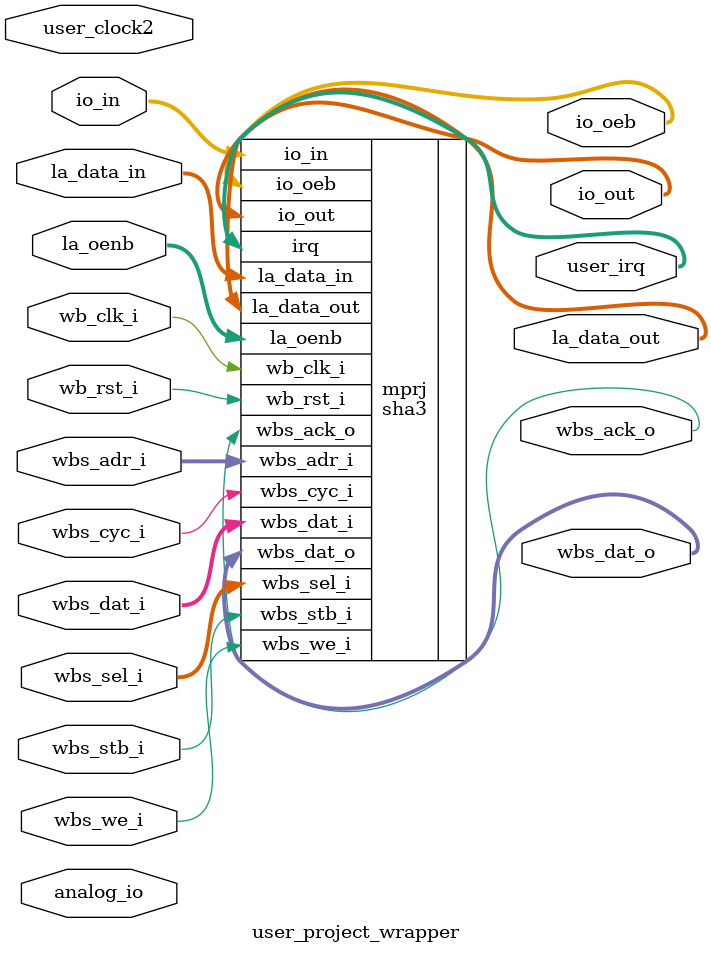
<source format=v>
module user_project_wrapper (user_clock2,
    wb_clk_i,
    wb_rst_i,
    wbs_ack_o,
    wbs_cyc_i,
    wbs_stb_i,
    wbs_we_i,
    analog_io,
    io_in,
    io_oeb,
    io_out,
    la_data_in,
    la_data_out,
    la_oenb,
    user_irq,
    wbs_adr_i,
    wbs_dat_i,
    wbs_dat_o,
    wbs_sel_i);
 input user_clock2;
 input wb_clk_i;
 input wb_rst_i;
 output wbs_ack_o;
 input wbs_cyc_i;
 input wbs_stb_i;
 input wbs_we_i;
 inout [28:0] analog_io;
 input [37:0] io_in;
 output [37:0] io_oeb;
 output [37:0] io_out;
 input [127:0] la_data_in;
 output [127:0] la_data_out;
 input [127:0] la_oenb;
 output [2:0] user_irq;
 input [31:0] wbs_adr_i;
 input [31:0] wbs_dat_i;
 output [31:0] wbs_dat_o;
 input [3:0] wbs_sel_i;


 sha3 mprj (.wb_clk_i(wb_clk_i),
    .wb_rst_i(wb_rst_i),
    .wbs_ack_o(wbs_ack_o),
    .wbs_cyc_i(wbs_cyc_i),
    .wbs_stb_i(wbs_stb_i),
    .wbs_we_i(wbs_we_i),
    .io_in({io_in[37],
    io_in[36],
    io_in[35],
    io_in[34],
    io_in[33],
    io_in[32],
    io_in[31],
    io_in[30],
    io_in[29],
    io_in[28],
    io_in[27],
    io_in[26],
    io_in[25],
    io_in[24],
    io_in[23],
    io_in[22],
    io_in[21],
    io_in[20],
    io_in[19],
    io_in[18],
    io_in[17],
    io_in[16],
    io_in[15],
    io_in[14],
    io_in[13],
    io_in[12],
    io_in[11],
    io_in[10],
    io_in[9],
    io_in[8],
    io_in[7],
    io_in[6],
    io_in[5],
    io_in[4],
    io_in[3],
    io_in[2],
    io_in[1],
    io_in[0]}),
    .io_oeb({io_oeb[37],
    io_oeb[36],
    io_oeb[35],
    io_oeb[34],
    io_oeb[33],
    io_oeb[32],
    io_oeb[31],
    io_oeb[30],
    io_oeb[29],
    io_oeb[28],
    io_oeb[27],
    io_oeb[26],
    io_oeb[25],
    io_oeb[24],
    io_oeb[23],
    io_oeb[22],
    io_oeb[21],
    io_oeb[20],
    io_oeb[19],
    io_oeb[18],
    io_oeb[17],
    io_oeb[16],
    io_oeb[15],
    io_oeb[14],
    io_oeb[13],
    io_oeb[12],
    io_oeb[11],
    io_oeb[10],
    io_oeb[9],
    io_oeb[8],
    io_oeb[7],
    io_oeb[6],
    io_oeb[5],
    io_oeb[4],
    io_oeb[3],
    io_oeb[2],
    io_oeb[1],
    io_oeb[0]}),
    .io_out({io_out[37],
    io_out[36],
    io_out[35],
    io_out[34],
    io_out[33],
    io_out[32],
    io_out[31],
    io_out[30],
    io_out[29],
    io_out[28],
    io_out[27],
    io_out[26],
    io_out[25],
    io_out[24],
    io_out[23],
    io_out[22],
    io_out[21],
    io_out[20],
    io_out[19],
    io_out[18],
    io_out[17],
    io_out[16],
    io_out[15],
    io_out[14],
    io_out[13],
    io_out[12],
    io_out[11],
    io_out[10],
    io_out[9],
    io_out[8],
    io_out[7],
    io_out[6],
    io_out[5],
    io_out[4],
    io_out[3],
    io_out[2],
    io_out[1],
    io_out[0]}),
    .irq({user_irq[2],
    user_irq[1],
    user_irq[0]}),
    .la_data_in({la_data_in[127],
    la_data_in[126],
    la_data_in[125],
    la_data_in[124],
    la_data_in[123],
    la_data_in[122],
    la_data_in[121],
    la_data_in[120],
    la_data_in[119],
    la_data_in[118],
    la_data_in[117],
    la_data_in[116],
    la_data_in[115],
    la_data_in[114],
    la_data_in[113],
    la_data_in[112],
    la_data_in[111],
    la_data_in[110],
    la_data_in[109],
    la_data_in[108],
    la_data_in[107],
    la_data_in[106],
    la_data_in[105],
    la_data_in[104],
    la_data_in[103],
    la_data_in[102],
    la_data_in[101],
    la_data_in[100],
    la_data_in[99],
    la_data_in[98],
    la_data_in[97],
    la_data_in[96],
    la_data_in[95],
    la_data_in[94],
    la_data_in[93],
    la_data_in[92],
    la_data_in[91],
    la_data_in[90],
    la_data_in[89],
    la_data_in[88],
    la_data_in[87],
    la_data_in[86],
    la_data_in[85],
    la_data_in[84],
    la_data_in[83],
    la_data_in[82],
    la_data_in[81],
    la_data_in[80],
    la_data_in[79],
    la_data_in[78],
    la_data_in[77],
    la_data_in[76],
    la_data_in[75],
    la_data_in[74],
    la_data_in[73],
    la_data_in[72],
    la_data_in[71],
    la_data_in[70],
    la_data_in[69],
    la_data_in[68],
    la_data_in[67],
    la_data_in[66],
    la_data_in[65],
    la_data_in[64],
    la_data_in[63],
    la_data_in[62],
    la_data_in[61],
    la_data_in[60],
    la_data_in[59],
    la_data_in[58],
    la_data_in[57],
    la_data_in[56],
    la_data_in[55],
    la_data_in[54],
    la_data_in[53],
    la_data_in[52],
    la_data_in[51],
    la_data_in[50],
    la_data_in[49],
    la_data_in[48],
    la_data_in[47],
    la_data_in[46],
    la_data_in[45],
    la_data_in[44],
    la_data_in[43],
    la_data_in[42],
    la_data_in[41],
    la_data_in[40],
    la_data_in[39],
    la_data_in[38],
    la_data_in[37],
    la_data_in[36],
    la_data_in[35],
    la_data_in[34],
    la_data_in[33],
    la_data_in[32],
    la_data_in[31],
    la_data_in[30],
    la_data_in[29],
    la_data_in[28],
    la_data_in[27],
    la_data_in[26],
    la_data_in[25],
    la_data_in[24],
    la_data_in[23],
    la_data_in[22],
    la_data_in[21],
    la_data_in[20],
    la_data_in[19],
    la_data_in[18],
    la_data_in[17],
    la_data_in[16],
    la_data_in[15],
    la_data_in[14],
    la_data_in[13],
    la_data_in[12],
    la_data_in[11],
    la_data_in[10],
    la_data_in[9],
    la_data_in[8],
    la_data_in[7],
    la_data_in[6],
    la_data_in[5],
    la_data_in[4],
    la_data_in[3],
    la_data_in[2],
    la_data_in[1],
    la_data_in[0]}),
    .la_data_out({la_data_out[127],
    la_data_out[126],
    la_data_out[125],
    la_data_out[124],
    la_data_out[123],
    la_data_out[122],
    la_data_out[121],
    la_data_out[120],
    la_data_out[119],
    la_data_out[118],
    la_data_out[117],
    la_data_out[116],
    la_data_out[115],
    la_data_out[114],
    la_data_out[113],
    la_data_out[112],
    la_data_out[111],
    la_data_out[110],
    la_data_out[109],
    la_data_out[108],
    la_data_out[107],
    la_data_out[106],
    la_data_out[105],
    la_data_out[104],
    la_data_out[103],
    la_data_out[102],
    la_data_out[101],
    la_data_out[100],
    la_data_out[99],
    la_data_out[98],
    la_data_out[97],
    la_data_out[96],
    la_data_out[95],
    la_data_out[94],
    la_data_out[93],
    la_data_out[92],
    la_data_out[91],
    la_data_out[90],
    la_data_out[89],
    la_data_out[88],
    la_data_out[87],
    la_data_out[86],
    la_data_out[85],
    la_data_out[84],
    la_data_out[83],
    la_data_out[82],
    la_data_out[81],
    la_data_out[80],
    la_data_out[79],
    la_data_out[78],
    la_data_out[77],
    la_data_out[76],
    la_data_out[75],
    la_data_out[74],
    la_data_out[73],
    la_data_out[72],
    la_data_out[71],
    la_data_out[70],
    la_data_out[69],
    la_data_out[68],
    la_data_out[67],
    la_data_out[66],
    la_data_out[65],
    la_data_out[64],
    la_data_out[63],
    la_data_out[62],
    la_data_out[61],
    la_data_out[60],
    la_data_out[59],
    la_data_out[58],
    la_data_out[57],
    la_data_out[56],
    la_data_out[55],
    la_data_out[54],
    la_data_out[53],
    la_data_out[52],
    la_data_out[51],
    la_data_out[50],
    la_data_out[49],
    la_data_out[48],
    la_data_out[47],
    la_data_out[46],
    la_data_out[45],
    la_data_out[44],
    la_data_out[43],
    la_data_out[42],
    la_data_out[41],
    la_data_out[40],
    la_data_out[39],
    la_data_out[38],
    la_data_out[37],
    la_data_out[36],
    la_data_out[35],
    la_data_out[34],
    la_data_out[33],
    la_data_out[32],
    la_data_out[31],
    la_data_out[30],
    la_data_out[29],
    la_data_out[28],
    la_data_out[27],
    la_data_out[26],
    la_data_out[25],
    la_data_out[24],
    la_data_out[23],
    la_data_out[22],
    la_data_out[21],
    la_data_out[20],
    la_data_out[19],
    la_data_out[18],
    la_data_out[17],
    la_data_out[16],
    la_data_out[15],
    la_data_out[14],
    la_data_out[13],
    la_data_out[12],
    la_data_out[11],
    la_data_out[10],
    la_data_out[9],
    la_data_out[8],
    la_data_out[7],
    la_data_out[6],
    la_data_out[5],
    la_data_out[4],
    la_data_out[3],
    la_data_out[2],
    la_data_out[1],
    la_data_out[0]}),
    .la_oenb({la_oenb[127],
    la_oenb[126],
    la_oenb[125],
    la_oenb[124],
    la_oenb[123],
    la_oenb[122],
    la_oenb[121],
    la_oenb[120],
    la_oenb[119],
    la_oenb[118],
    la_oenb[117],
    la_oenb[116],
    la_oenb[115],
    la_oenb[114],
    la_oenb[113],
    la_oenb[112],
    la_oenb[111],
    la_oenb[110],
    la_oenb[109],
    la_oenb[108],
    la_oenb[107],
    la_oenb[106],
    la_oenb[105],
    la_oenb[104],
    la_oenb[103],
    la_oenb[102],
    la_oenb[101],
    la_oenb[100],
    la_oenb[99],
    la_oenb[98],
    la_oenb[97],
    la_oenb[96],
    la_oenb[95],
    la_oenb[94],
    la_oenb[93],
    la_oenb[92],
    la_oenb[91],
    la_oenb[90],
    la_oenb[89],
    la_oenb[88],
    la_oenb[87],
    la_oenb[86],
    la_oenb[85],
    la_oenb[84],
    la_oenb[83],
    la_oenb[82],
    la_oenb[81],
    la_oenb[80],
    la_oenb[79],
    la_oenb[78],
    la_oenb[77],
    la_oenb[76],
    la_oenb[75],
    la_oenb[74],
    la_oenb[73],
    la_oenb[72],
    la_oenb[71],
    la_oenb[70],
    la_oenb[69],
    la_oenb[68],
    la_oenb[67],
    la_oenb[66],
    la_oenb[65],
    la_oenb[64],
    la_oenb[63],
    la_oenb[62],
    la_oenb[61],
    la_oenb[60],
    la_oenb[59],
    la_oenb[58],
    la_oenb[57],
    la_oenb[56],
    la_oenb[55],
    la_oenb[54],
    la_oenb[53],
    la_oenb[52],
    la_oenb[51],
    la_oenb[50],
    la_oenb[49],
    la_oenb[48],
    la_oenb[47],
    la_oenb[46],
    la_oenb[45],
    la_oenb[44],
    la_oenb[43],
    la_oenb[42],
    la_oenb[41],
    la_oenb[40],
    la_oenb[39],
    la_oenb[38],
    la_oenb[37],
    la_oenb[36],
    la_oenb[35],
    la_oenb[34],
    la_oenb[33],
    la_oenb[32],
    la_oenb[31],
    la_oenb[30],
    la_oenb[29],
    la_oenb[28],
    la_oenb[27],
    la_oenb[26],
    la_oenb[25],
    la_oenb[24],
    la_oenb[23],
    la_oenb[22],
    la_oenb[21],
    la_oenb[20],
    la_oenb[19],
    la_oenb[18],
    la_oenb[17],
    la_oenb[16],
    la_oenb[15],
    la_oenb[14],
    la_oenb[13],
    la_oenb[12],
    la_oenb[11],
    la_oenb[10],
    la_oenb[9],
    la_oenb[8],
    la_oenb[7],
    la_oenb[6],
    la_oenb[5],
    la_oenb[4],
    la_oenb[3],
    la_oenb[2],
    la_oenb[1],
    la_oenb[0]}),
    .wbs_adr_i({wbs_adr_i[31],
    wbs_adr_i[30],
    wbs_adr_i[29],
    wbs_adr_i[28],
    wbs_adr_i[27],
    wbs_adr_i[26],
    wbs_adr_i[25],
    wbs_adr_i[24],
    wbs_adr_i[23],
    wbs_adr_i[22],
    wbs_adr_i[21],
    wbs_adr_i[20],
    wbs_adr_i[19],
    wbs_adr_i[18],
    wbs_adr_i[17],
    wbs_adr_i[16],
    wbs_adr_i[15],
    wbs_adr_i[14],
    wbs_adr_i[13],
    wbs_adr_i[12],
    wbs_adr_i[11],
    wbs_adr_i[10],
    wbs_adr_i[9],
    wbs_adr_i[8],
    wbs_adr_i[7],
    wbs_adr_i[6],
    wbs_adr_i[5],
    wbs_adr_i[4],
    wbs_adr_i[3],
    wbs_adr_i[2],
    wbs_adr_i[1],
    wbs_adr_i[0]}),
    .wbs_dat_i({wbs_dat_i[31],
    wbs_dat_i[30],
    wbs_dat_i[29],
    wbs_dat_i[28],
    wbs_dat_i[27],
    wbs_dat_i[26],
    wbs_dat_i[25],
    wbs_dat_i[24],
    wbs_dat_i[23],
    wbs_dat_i[22],
    wbs_dat_i[21],
    wbs_dat_i[20],
    wbs_dat_i[19],
    wbs_dat_i[18],
    wbs_dat_i[17],
    wbs_dat_i[16],
    wbs_dat_i[15],
    wbs_dat_i[14],
    wbs_dat_i[13],
    wbs_dat_i[12],
    wbs_dat_i[11],
    wbs_dat_i[10],
    wbs_dat_i[9],
    wbs_dat_i[8],
    wbs_dat_i[7],
    wbs_dat_i[6],
    wbs_dat_i[5],
    wbs_dat_i[4],
    wbs_dat_i[3],
    wbs_dat_i[2],
    wbs_dat_i[1],
    wbs_dat_i[0]}),
    .wbs_dat_o({wbs_dat_o[31],
    wbs_dat_o[30],
    wbs_dat_o[29],
    wbs_dat_o[28],
    wbs_dat_o[27],
    wbs_dat_o[26],
    wbs_dat_o[25],
    wbs_dat_o[24],
    wbs_dat_o[23],
    wbs_dat_o[22],
    wbs_dat_o[21],
    wbs_dat_o[20],
    wbs_dat_o[19],
    wbs_dat_o[18],
    wbs_dat_o[17],
    wbs_dat_o[16],
    wbs_dat_o[15],
    wbs_dat_o[14],
    wbs_dat_o[13],
    wbs_dat_o[12],
    wbs_dat_o[11],
    wbs_dat_o[10],
    wbs_dat_o[9],
    wbs_dat_o[8],
    wbs_dat_o[7],
    wbs_dat_o[6],
    wbs_dat_o[5],
    wbs_dat_o[4],
    wbs_dat_o[3],
    wbs_dat_o[2],
    wbs_dat_o[1],
    wbs_dat_o[0]}),
    .wbs_sel_i({wbs_sel_i[3],
    wbs_sel_i[2],
    wbs_sel_i[1],
    wbs_sel_i[0]}));
endmodule


</source>
